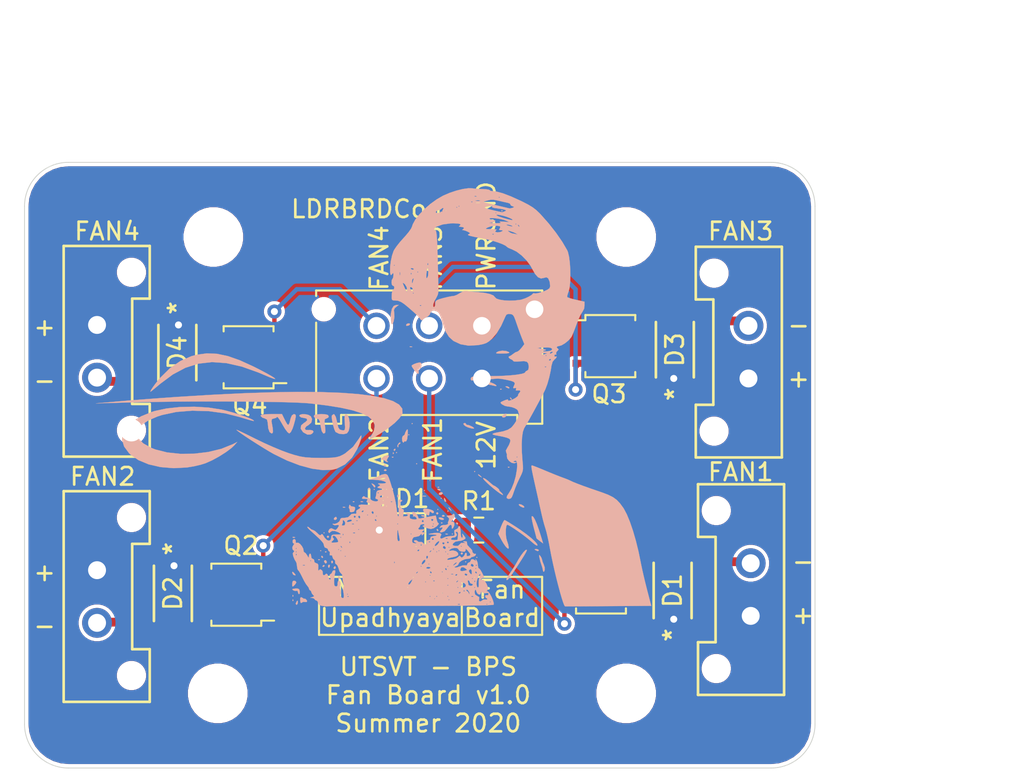
<source format=kicad_pcb>
(kicad_pcb (version 20171130) (host pcbnew "(5.1.6)-1")
  (layers (0 F.Cu signal) (31 B.Cu signal) (34 B.Paste user) (35 F.Paste user) (36 B.SilkS user) (37 F.SilkS user) (38 B.Mask user) (39 F.Mask user) (44 Edge.Cuts user))
  (net 0 "")
  (net 1 "Net-(D1-Pad2)")
  (net 2 +12V)
  (net 3 "Net-(D2-Pad2)")
  (net 4 "Net-(D3-Pad2)")
  (net 5 "Net-(D4-Pad2)")
  (net 6 GNDPWR)
  (net 7 /FAN3)
  (net 8 /FAN4)
  (net 9 /FAN2)
  (net 10 /FAN1)
  (net 11 "Net-(LED1-Pad1)")
  (module UTSVT_Special:UTSVT_Logo_Symbol (layer B.Cu) (at 148.082 69.342 180)
    (fp_text reference LOGO2 hide)
    (fp_text value UTSVT hide)
  )
  (module UTSVT_Special:Hallock_Image_Small (layer B.Cu) (at 161.29 68.072 180)
    (fp_text reference LOGO1 hide)
    (fp_text value Hallock hide)
  )
  (module MountingHole:MountingHole_3mm (layer F.Cu) (at 169.25 59.25)
    (fp_text reference H3)
    (fp_text value MountingHole)
    (pad 1 np_thru_hole circle (at 0 0) (size 3 3) (drill 3) (layers *.Cu *.Mask))
  )
  (module Resistor_SMD:R_0805_2012Metric (layer F.Cu) (at 160.8605 75.946)
    (fp_text reference R1 (at 0 -1.65) (layer F.SilkS))
    (fp_text value 45k)
    (pad 2 smd roundrect (at 0.9375 0) (size 0.975 1.4) (layers F.Cu F.Paste F.Mask) (net 6 GNDPWR))
    (pad 1 smd roundrect (at -0.9375 0) (size 0.975 1.4) (layers F.Cu F.Paste F.Mask) (net 11 "Net-(LED1-Pad1)"))
  )
  (module LED_SMD:LED_0805_2012Metric (layer F.Cu) (at 156.1315 75.946 180)
    (fp_text reference LED1 (at -0.0785 1.778) (layer F.SilkS))
    (fp_text value STATUS)
    (pad 2 smd roundrect (at 0.9375 0 180) (size 0.975 1.4) (layers F.Cu F.Paste F.Mask) (net 2 +12V))
    (pad 1 smd roundrect (at -0.9375 0 180) (size 0.975 1.4) (layers F.Cu F.Paste F.Mask) (net 11 "Net-(LED1-Pad1)"))
  )
  (module Connector_Molex:Molex_Micro-Fit_3.0_43045-0612_2x03_P3.00mm_Vertical (layer F.Cu) (at 161.036 67.31 180)
    (fp_text reference J1)
    (fp_text value LDRBRDConn)
    (pad 6 thru_hole circle (at 6 3 180) (size 1.5 1.5) (drill 1) (layers *.Cu *.Mask) (net 8 /FAN4))
    (pad 5 thru_hole circle (at 3 3 180) (size 1.5 1.5) (drill 1) (layers *.Cu *.Mask) (net 7 /FAN3))
    (pad 4 thru_hole circle (at 0 3 180) (size 1.5 1.5) (drill 1) (layers *.Cu *.Mask) (net 6 GNDPWR))
    (pad 3 thru_hole circle (at 6 0 180) (size 1.5 1.5) (drill 1) (layers *.Cu *.Mask) (net 9 /FAN2))
    (pad 2 thru_hole circle (at 3 0 180) (size 1.5 1.5) (drill 1) (layers *.Cu *.Mask) (net 10 /FAN1))
    (pad 1 thru_hole roundrect (at 0 0 180) (size 1.5 1.5) (drill 1) (layers *.Cu *.Mask) (roundrect_rratio 0.166667) (net 2 +12V))
    (pad "" np_thru_hole circle (at 9 3.94 180) (size 1 1) (drill 1) (layers *.Cu *.Mask))
    (pad "" np_thru_hole circle (at -3 3.94 180) (size 1 1) (drill 1) (layers *.Cu *.Mask))
  )
  (module UTSVT_Connectors:Molex_MicroFit3.0_1x2xP3.00mm_PolarizingPeg_Vertical (layer F.Cu) (at 139.1285 64.262 270)
    (fp_text reference J5)
    (fp_text value FAN4)
    (pad "" np_thru_hole circle (at -3 -1.96 270) (size 1.27 1.27) (drill 1.27) (layers *.Cu *.Mask))
    (pad 2 thru_hole circle (at 3 0 270) (size 1.7 1.7) (drill 1.02) (layers *.Cu *.Mask) (net 5 "Net-(D4-Pad2)"))
    (pad 1 thru_hole circle (at 0 0 270) (size 1.7 1.7) (drill 1.02) (layers *.Cu *.Mask) (net 2 +12V))
    (pad "" np_thru_hole circle (at 6 -1.96 270) (size 1.27 1.27) (drill 1.27) (layers *.Cu *.Mask))
  )
  (module MountingHole:MountingHole_3mm (layer F.Cu) (at 169.25 85.25)
    (fp_text reference H4)
    (fp_text value MountingHole)
    (pad 1 np_thru_hole circle (at 0 0) (size 3 3) (drill 3) (layers *.Cu *.Mask))
  )
  (module MountingHole:MountingHole_3mm (layer F.Cu) (at 146 85.25)
    (fp_text reference H2)
    (fp_text value MountingHole)
    (pad 1 np_thru_hole circle (at 0 0) (size 3 3) (drill 3) (layers *.Cu *.Mask))
  )
  (module MountingHole:MountingHole_3mm (layer F.Cu) (at 145.75 59.25)
    (fp_text reference H1)
    (fp_text value MountingHole)
    (pad 1 np_thru_hole circle (at 0 0) (size 3 3) (drill 3) (layers *.Cu *.Mask))
  )
  (module Package_TO_SOT_SMD:LFPAK33 (layer F.Cu) (at 147.955 66.1035 180)
    (fp_text reference Q4 (at 0.127 -2.7305) (layer F.SilkS))
    (fp_text value BUK9M34-100EX)
    (pad 5 smd custom (at 0.405 0 180) (size 1.85 2.25) (layers F.Cu F.Mask) (net 5 "Net-(D4-Pad2)") (options (clearance outline) (anchor rect)) (primitives (gr_poly (pts (xy 0.925 -1.175) (xy 1.545 -1.175) (xy 1.545 -0.775) (xy 0.925 -0.775)) (width 0)) (gr_poly (pts (xy 0.925 -0.525) (xy 1.545 -0.525) (xy 1.545 -0.125) (xy 0.925 -0.125)) (width 0)) (gr_poly (pts (xy 0.925 0.125) (xy 1.545 0.125) (xy 1.545 0.525) (xy 0.925 0.525)) (width 0)) (gr_poly (pts (xy 0.925 0.775) (xy 1.545 0.775) (xy 1.545 1.175) (xy 0.925 1.175)) (width 0))))
    (pad 4 smd rect (at -1.535 0.975 180) (size 0.83 0.4) (layers F.Cu F.Mask) (net 8 /FAN4))
    (pad 3 smd rect (at -1.535 0.325 180) (size 0.83 0.4) (layers F.Cu F.Mask) (net 6 GNDPWR))
    (pad 1 smd rect (at -1.535 -0.975 180) (size 0.83 0.4) (layers F.Cu F.Mask) (net 6 GNDPWR))
    (pad 2 smd rect (at -1.535 -0.325 180) (size 0.83 0.4) (layers F.Cu F.Mask) (net 6 GNDPWR))
  )
  (module Package_TO_SOT_SMD:LFPAK33 (layer F.Cu) (at 168.148 65.4685)
    (fp_text reference Q3 (at 0.127 2.7305 180) (layer F.SilkS))
    (fp_text value BUK9M34-100EX)
    (pad 5 smd custom (at 0.405 0) (size 1.85 2.25) (layers F.Cu F.Mask) (net 4 "Net-(D3-Pad2)") (options (clearance outline) (anchor rect)) (primitives (gr_poly (pts (xy 0.925 -1.175) (xy 1.545 -1.175) (xy 1.545 -0.775) (xy 0.925 -0.775)) (width 0)) (gr_poly (pts (xy 0.925 -0.525) (xy 1.545 -0.525) (xy 1.545 -0.125) (xy 0.925 -0.125)) (width 0)) (gr_poly (pts (xy 0.925 0.125) (xy 1.545 0.125) (xy 1.545 0.525) (xy 0.925 0.525)) (width 0)) (gr_poly (pts (xy 0.925 0.775) (xy 1.545 0.775) (xy 1.545 1.175) (xy 0.925 1.175)) (width 0))))
    (pad 4 smd rect (at -1.535 0.975) (size 0.83 0.4) (layers F.Cu F.Mask) (net 7 /FAN3))
    (pad 3 smd rect (at -1.535 0.325) (size 0.83 0.4) (layers F.Cu F.Mask) (net 6 GNDPWR))
    (pad 1 smd rect (at -1.535 -0.975) (size 0.83 0.4) (layers F.Cu F.Mask) (net 6 GNDPWR))
    (pad 2 smd rect (at -1.535 -0.325) (size 0.83 0.4) (layers F.Cu F.Mask) (net 6 GNDPWR))
  )
  (module Package_TO_SOT_SMD:LFPAK33 (layer F.Cu) (at 147.2565 79.629 180)
    (fp_text reference Q2 (at -0.0635 2.794) (layer F.SilkS))
    (fp_text value BUK9M34-100EX)
    (pad 5 smd custom (at 0.405 0 180) (size 1.85 2.25) (layers F.Cu F.Mask) (net 3 "Net-(D2-Pad2)") (options (clearance outline) (anchor rect)) (primitives (gr_poly (pts (xy 0.925 -1.175) (xy 1.545 -1.175) (xy 1.545 -0.775) (xy 0.925 -0.775)) (width 0)) (gr_poly (pts (xy 0.925 -0.525) (xy 1.545 -0.525) (xy 1.545 -0.125) (xy 0.925 -0.125)) (width 0)) (gr_poly (pts (xy 0.925 0.125) (xy 1.545 0.125) (xy 1.545 0.525) (xy 0.925 0.525)) (width 0)) (gr_poly (pts (xy 0.925 0.775) (xy 1.545 0.775) (xy 1.545 1.175) (xy 0.925 1.175)) (width 0))))
    (pad 4 smd rect (at -1.535 0.975 180) (size 0.83 0.4) (layers F.Cu F.Mask) (net 9 /FAN2))
    (pad 3 smd rect (at -1.535 0.325 180) (size 0.83 0.4) (layers F.Cu F.Mask) (net 6 GNDPWR))
    (pad 1 smd rect (at -1.535 -0.975 180) (size 0.83 0.4) (layers F.Cu F.Mask) (net 6 GNDPWR))
    (pad 2 smd rect (at -1.535 -0.325 180) (size 0.83 0.4) (layers F.Cu F.Mask) (net 6 GNDPWR))
  )
  (module Package_TO_SOT_SMD:LFPAK33 (layer F.Cu) (at 167.616 78.9305)
    (fp_text reference Q1 (at -0.103 -2.54) (layer F.SilkS))
    (fp_text value BUK9M34-100EX)
    (pad 5 smd custom (at 0.405 0) (size 1.85 2.25) (layers F.Cu F.Mask) (net 1 "Net-(D1-Pad2)") (options (clearance outline) (anchor rect)) (primitives (gr_poly (pts (xy 0.925 -1.175) (xy 1.545 -1.175) (xy 1.545 -0.775) (xy 0.925 -0.775)) (width 0)) (gr_poly (pts (xy 0.925 -0.525) (xy 1.545 -0.525) (xy 1.545 -0.125) (xy 0.925 -0.125)) (width 0)) (gr_poly (pts (xy 0.925 0.125) (xy 1.545 0.125) (xy 1.545 0.525) (xy 0.925 0.525)) (width 0)) (gr_poly (pts (xy 0.925 0.775) (xy 1.545 0.775) (xy 1.545 1.175) (xy 0.925 1.175)) (width 0))))
    (pad 4 smd rect (at -1.535 0.975) (size 0.83 0.4) (layers F.Cu F.Mask) (net 10 /FAN1))
    (pad 3 smd rect (at -1.535 0.325) (size 0.83 0.4) (layers F.Cu F.Mask) (net 6 GNDPWR))
    (pad 1 smd rect (at -1.535 -0.975) (size 0.83 0.4) (layers F.Cu F.Mask) (net 6 GNDPWR))
    (pad 2 smd rect (at -1.535 -0.325) (size 0.83 0.4) (layers F.Cu F.Mask) (net 6 GNDPWR))
  )
  (module UTSVT_Connectors:Molex_MicroFit3.0_1x2xP3.00mm_PolarizingPeg_Vertical (layer F.Cu) (at 176.2125 67.31 90)
    (fp_text reference J4)
    (fp_text value FAN3)
    (pad "" np_thru_hole circle (at -3 -1.96 90) (size 1.27 1.27) (drill 1.27) (layers *.Cu *.Mask))
    (pad 2 thru_hole circle (at 3 0 90) (size 1.7 1.7) (drill 1.02) (layers *.Cu *.Mask) (net 4 "Net-(D3-Pad2)"))
    (pad 1 thru_hole circle (at 0 0 90) (size 1.7 1.7) (drill 1.02) (layers *.Cu *.Mask) (net 2 +12V))
    (pad "" np_thru_hole circle (at 6 -1.96 90) (size 1.27 1.27) (drill 1.27) (layers *.Cu *.Mask))
  )
  (module UTSVT_Connectors:Molex_MicroFit3.0_1x2xP3.00mm_PolarizingPeg_Vertical (layer F.Cu) (at 139.1285 78.232 270)
    (fp_text reference J3)
    (fp_text value FAN2)
    (pad "" np_thru_hole circle (at -3 -1.96 270) (size 1.27 1.27) (drill 1.27) (layers *.Cu *.Mask))
    (pad 2 thru_hole circle (at 3 0 270) (size 1.7 1.7) (drill 1.02) (layers *.Cu *.Mask) (net 3 "Net-(D2-Pad2)"))
    (pad 1 thru_hole circle (at 0 0 270) (size 1.7 1.7) (drill 1.02) (layers *.Cu *.Mask) (net 2 +12V))
    (pad "" np_thru_hole circle (at 6 -1.96 270) (size 1.27 1.27) (drill 1.27) (layers *.Cu *.Mask))
  )
  (module UTSVT_Connectors:Molex_MicroFit3.0_1x2xP3.00mm_PolarizingPeg_Vertical (layer F.Cu) (at 176.3395 80.8355 90)
    (fp_text reference J2)
    (fp_text value FAN1)
    (pad "" np_thru_hole circle (at -3 -1.96 90) (size 1.27 1.27) (drill 1.27) (layers *.Cu *.Mask))
    (pad 2 thru_hole circle (at 3 0 90) (size 1.7 1.7) (drill 1.02) (layers *.Cu *.Mask) (net 1 "Net-(D1-Pad2)"))
    (pad 1 thru_hole circle (at 0 0 90) (size 1.7 1.7) (drill 1.02) (layers *.Cu *.Mask) (net 2 +12V))
    (pad "" np_thru_hole circle (at 6 -1.96 90) (size 1.27 1.27) (drill 1.27) (layers *.Cu *.Mask))
  )
  (module UTSVT_Passive:V2F22HM (layer F.Cu) (at 171.8945 79.3877 90)
    (fp_text reference D1 (at 0 0 90) (layer F.SilkS))
    (fp_text value V2F22HM)
    (fp_text user * (at -2.54 0 90) (layer F.SilkS))
    (pad 2 smd rect (at 1.6383 0 90) (size 1.0414 1.1938) (layers F.Cu F.Paste F.Mask) (net 1 "Net-(D1-Pad2)"))
    (pad 1 smd rect (at -1.6383 0 90) (size 1.0414 1.1938) (layers F.Cu F.Paste F.Mask) (net 2 +12V))
  )
  (module UTSVT_Passive:V2F22HM (layer F.Cu) (at 143.4465 79.5528 270)
    (fp_text reference D2 (at 0 0 90) (layer F.SilkS))
    (fp_text value V2F22HM)
    (fp_text user * (at -2.54 0 90) (layer F.SilkS))
    (pad 1 smd rect (at -1.6383 0 270) (size 1.0414 1.1938) (layers F.Cu F.Paste F.Mask) (net 2 +12V))
    (pad 2 smd rect (at 1.6383 0 270) (size 1.0414 1.1938) (layers F.Cu F.Paste F.Mask) (net 3 "Net-(D2-Pad2)"))
  )
  (module UTSVT_Passive:V2F22HM (layer F.Cu) (at 172.0215 65.6717 90)
    (fp_text reference D3 (at 0 0 90) (layer F.SilkS))
    (fp_text value V2F22HM)
    (fp_text user * (at -2.54 0 90) (layer F.SilkS))
    (pad 2 smd rect (at 1.6383 0 90) (size 1.0414 1.1938) (layers F.Cu F.Paste F.Mask) (net 4 "Net-(D3-Pad2)"))
    (pad 1 smd rect (at -1.6383 0 90) (size 1.0414 1.1938) (layers F.Cu F.Paste F.Mask) (net 2 +12V))
  )
  (module UTSVT_Passive:V2F22HM (layer F.Cu) (at 143.7005 65.8368 270)
    (fp_text reference D4 (at 0 0 90) (layer F.SilkS))
    (fp_text value V2F22HM)
    (fp_text user * (at -2.54 0 90) (layer F.SilkS))
    (pad 1 smd rect (at -1.6383 0 270) (size 1.0414 1.1938) (layers F.Cu F.Paste F.Mask) (net 2 +12V))
    (pad 2 smd rect (at 1.6383 0 270) (size 1.0414 1.1938) (layers F.Cu F.Paste F.Mask) (net 5 "Net-(D4-Pad2)"))
  )
  (gr_arc (start 137.5 57.5) (end 137.5 55) (angle -90) (layer Edge.Cuts) (width 0.05))
  (gr_arc (start 137.5 87) (end 135 87) (angle -90) (layer Edge.Cuts) (width 0.05))
  (gr_arc (start 177.5 87) (end 177.5 89.5) (angle -90) (layer Edge.Cuts) (width 0.05))
  (gr_line (start 180 57.5) (end 180 87) (layer Edge.Cuts) (width 0.05))
  (gr_arc (start 177.5 57.5) (end 180 57.5) (angle -90) (layer Edge.Cuts) (width 0.05))
  (gr_line (start 137.5 89.5) (end 177.5 89.5) (layer Edge.Cuts) (width 0.05))
  (gr_line (start 177.5 55) (end 137.5 55) (layer Edge.Cuts) (width 0.05))
  (gr_line (start 135 57.5) (end 135 87) (layer Edge.Cuts) (width 0.05))
  (gr_text LDRBRDConn (at 154.94 57.658) (layer F.SilkS) (effects (font (size 1 1))))
  (gr_text FAN4 (at 139.7 58.928) (layer F.SilkS) (effects (font (size 1 1))))
  (gr_text FAN2 (at 139.446 72.898) (layer F.SilkS) (effects (font (size 1 1))))
  (gr_text FAN3 (at 175.768 58.928) (layer F.SilkS) (effects (font (size 1 1))))
  (gr_text FAN1 (at 175.768 72.644) (layer F.SilkS) (effects (font (size 1 1))))
  (gr_text "UTSVT - BPS\nFan Board v1.0\nSummer 2020" (at 157.988 85.344) (layer F.SilkS) (effects (font (size 1 1))))
  (gr_text 12V (at 161.29 71.12 90) (layer F.SilkS) (effects (font (size 1 1))))
  (gr_text FAN2 (at 155.194 71.374 90) (layer F.SilkS) (effects (font (size 1 1))))
  (gr_text FAN1 (at 158.242 71.374 90) (layer F.SilkS) (effects (font (size 1 1))))
  (gr_text FAN4 (at 155.194 60.452 90) (layer F.SilkS) (effects (font (size 1 1))))
  (gr_text FAN3 (at 158.242 60.452 90) (layer F.SilkS) (effects (font (size 1 1))))
  (gr_text "PWRGND\n" (at 161.29 59.182 90) (layer F.SilkS) (effects (font (size 1 1))))
  (gr_text + (at 136.144 64.516 180) (layer F.SilkS) (effects (font (size 1 1))))
  (gr_text - (at 136.144 67.564 180) (layer F.SilkS) (effects (font (size 1 1))))
  (gr_text + (at 136.144 78.486 180) (layer F.SilkS) (effects (font (size 1 1))))
  (gr_text - (at 136.144 81.534 180) (layer F.SilkS) (effects (font (size 1 1))))
  (gr_text + (at 179.07 67.31) (layer F.SilkS) (effects (font (size 1 1))))
  (gr_text - (at 179.07 64.262) (layer F.SilkS) (effects (font (size 1 1))))
  (gr_text - (at 179.324 77.724) (layer F.SilkS) (effects (font (size 1 1))))
  (gr_text + (at 179.324 80.772) (layer F.SilkS) (effects (font (size 1 1))))
  (gr_line (start 159.893 81.915) (end 159.893 78.613) (layer F.SilkS) (width 0.12))
  (gr_line (start 151.765 81.915) (end 151.765 78.613) (layer F.SilkS) (width 0.12))
  (gr_line (start 164.465 81.915) (end 151.765 81.915) (layer F.SilkS) (width 0.12))
  (gr_line (start 164.465 81.661) (end 164.465 81.915) (layer F.SilkS) (width 0.12))
  (gr_line (start 164.465 78.613) (end 164.465 81.661) (layer F.SilkS) (width 0.12))
  (gr_line (start 151.765 78.613) (end 164.465 78.613) (layer F.SilkS) (width 0.12))
  (gr_text "Fan\nBoard" (at 162.179 80.137) (layer F.SilkS) (effects (font (size 1 1))))
  (gr_text "Manthan\nUpadhyaya" (at 155.829 80.137) (layer F.SilkS) (effects (font (size 1 1))))
  (segment (start 169.2021 77.7494) (end 171.8945 77.7494) (width 0.5) (layer F.Cu) (net 1))
  (segment (start 168.021 78.9305) (end 169.2021 77.7494) (width 0.5) (layer F.Cu) (net 1))
  (segment (start 176.2534 77.7494) (end 176.3395 77.8355) (width 0.5) (layer F.Cu) (net 1))
  (segment (start 171.8945 77.7494) (end 176.2534 77.7494) (width 0.5) (layer F.Cu) (net 1))
  (via (at 155.194 75.946) (size 0.8) (drill 0.4) (layers F.Cu B.Cu) (net 2))
  (via (at 143.51 77.978) (size 0.8) (drill 0.4) (layers F.Cu B.Cu) (net 2))
  (via (at 143.764 64.262) (size 0.8) (drill 0.4) (layers F.Cu B.Cu) (net 2))
  (via (at 171.958 67.31) (size 0.8) (drill 0.4) (layers F.Cu B.Cu) (net 2))
  (via (at 171.958 81.026) (size 0.8) (drill 0.4) (layers F.Cu B.Cu) (net 2))
  (segment (start 145.2894 81.1911) (end 143.4465 81.1911) (width 0.5) (layer F.Cu) (net 3))
  (segment (start 146.8515 79.629) (end 145.2894 81.1911) (width 0.5) (layer F.Cu) (net 3))
  (segment (start 139.1694 81.1911) (end 139.1285 81.232) (width 0.5) (layer F.Cu) (net 3))
  (segment (start 143.4465 81.1911) (end 139.1694 81.1911) (width 0.5) (layer F.Cu) (net 3))
  (segment (start 169.9881 64.0334) (end 168.553 65.4685) (width 0.5) (layer F.Cu) (net 4))
  (segment (start 172.0215 64.0334) (end 169.9881 64.0334) (width 0.5) (layer F.Cu) (net 4))
  (segment (start 175.9359 64.0334) (end 176.2125 64.31) (width 0.5) (layer F.Cu) (net 4))
  (segment (start 172.0215 64.0334) (end 175.9359 64.0334) (width 0.5) (layer F.Cu) (net 4))
  (segment (start 146.1784 67.4751) (end 143.7005 67.4751) (width 0.5) (layer F.Cu) (net 5))
  (segment (start 147.55 66.1035) (end 146.1784 67.4751) (width 0.5) (layer F.Cu) (net 5))
  (segment (start 139.3416 67.4751) (end 139.1285 67.262) (width 0.5) (layer F.Cu) (net 5))
  (segment (start 143.7005 67.4751) (end 139.3416 67.4751) (width 0.5) (layer F.Cu) (net 5))
  (segment (start 158.036 62.309) (end 159.385 60.96) (width 0.25) (layer B.Cu) (net 7))
  (segment (start 159.385 60.96) (end 165.1 60.96) (width 0.25) (layer B.Cu) (net 7))
  (via (at 166.37 67.945) (size 0.8) (drill 0.4) (layers F.Cu B.Cu) (net 7))
  (segment (start 165.1 60.96) (end 166.37 62.23) (width 0.25) (layer B.Cu) (net 7))
  (segment (start 166.37 62.23) (end 166.37 67.945) (width 0.25) (layer B.Cu) (net 7))
  (segment (start 166.37 66.6865) (end 166.613 66.4435) (width 0.25) (layer F.Cu) (net 7))
  (segment (start 166.37 67.945) (end 166.37 66.6865) (width 0.25) (layer F.Cu) (net 7))
  (segment (start 158.036 62.309) (end 158.036 64.31) (width 0.25) (layer B.Cu) (net 7))
  (segment (start 149.304 63.421) (end 149.225 63.5) (width 0.25) (layer B.Cu) (net 8))
  (segment (start 149.225 63.5) (end 149.225 64.8635) (width 0.25) (layer F.Cu) (net 8))
  (segment (start 149.225 64.8635) (end 149.49 65.1285) (width 0.25) (layer F.Cu) (net 8))
  (via (at 149.225 63.5) (size 0.8) (drill 0.4) (layers F.Cu B.Cu) (net 8))
  (segment (start 149.225 63.5) (end 150.495 62.23) (width 0.25) (layer B.Cu) (net 8))
  (segment (start 152.956 62.23) (end 155.036 64.31) (width 0.25) (layer B.Cu) (net 8))
  (segment (start 150.495 62.23) (end 152.956 62.23) (width 0.25) (layer B.Cu) (net 8))
  (via (at 148.59 76.835) (size 0.8) (drill 0.4) (layers F.Cu B.Cu) (net 9))
  (segment (start 155.036 70.389) (end 148.59 76.835) (width 0.25) (layer B.Cu) (net 9))
  (segment (start 148.59 78.4525) (end 148.7915 78.654) (width 0.25) (layer F.Cu) (net 9))
  (segment (start 148.59 76.835) (end 148.59 78.4525) (width 0.25) (layer F.Cu) (net 9))
  (segment (start 155.036 67.31) (end 155.036 70.389) (width 0.25) (layer B.Cu) (net 9))
  (via (at 165.735 81.28) (size 0.8) (drill 0.4) (layers F.Cu B.Cu) (net 10))
  (segment (start 158.036 73.581) (end 165.735 81.28) (width 0.25) (layer B.Cu) (net 10))
  (segment (start 165.735 80.2515) (end 166.081 79.9055) (width 0.25) (layer F.Cu) (net 10))
  (segment (start 165.735 81.28) (end 165.735 80.2515) (width 0.25) (layer F.Cu) (net 10))
  (segment (start 158.036 67.31) (end 158.036 73.581) (width 0.25) (layer B.Cu) (net 10))
  (segment (start 157.069 75.946) (end 160.02 75.946) (width 0.25) (layer F.Cu) (net 11))
  (zone (net 6) (net_name GNDPWR) (layer F.Cu) (connect_pads yes (clearance 0.2)) (min_thickness 0.2) (fill yes (arc_segments 32) (thermal_gap 0.508) (thermal_bridge_width 0.508))
    (polygon (pts (xy 181.356 89.75) (xy 133.604 89.916) (xy 133.604 54.864) (xy 181.356 54.864)))
  )
  (zone (net 2) (net_name +12V) (layer B.Cu) (connect_pads yes (clearance 0.2)) (min_thickness 0.2) (fill yes (arc_segments 32) (thermal_gap 0.508) (thermal_bridge_width 0.508))
    (polygon (pts (xy 181.356 89.75) (xy 133.604 89.916) (xy 133.604 54.864) (xy 181.356 54.864)))
  )
)
</source>
